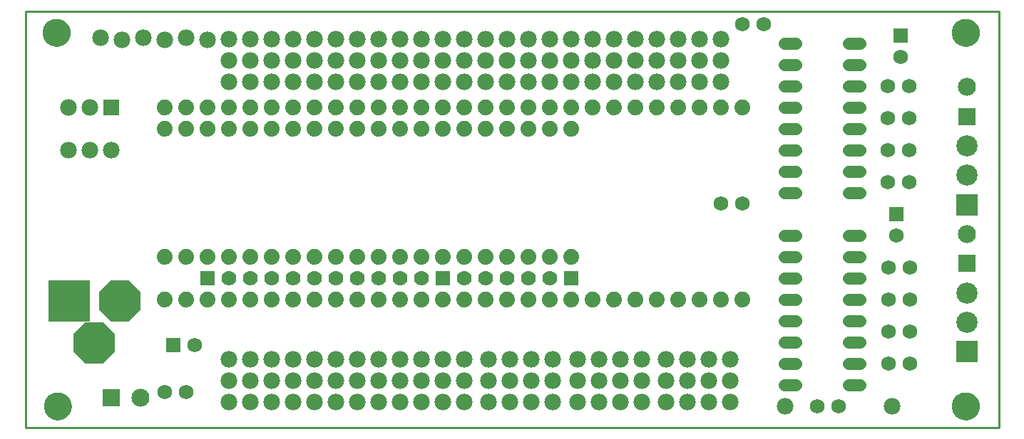
<source format=gbs>
G75*
%MOIN*%
%OFA0B0*%
%FSLAX25Y25*%
%IPPOS*%
%LPD*%
%AMOC8*
5,1,8,0,0,1.08239X$1,22.5*
%
%ADD10C,0.01000*%
%ADD11C,0.00000*%
%ADD12C,0.12998*%
%ADD13OC8,0.19400*%
%ADD14R,0.19400X0.19400*%
%ADD15C,0.07400*%
%ADD16R,0.07800X0.07800*%
%ADD17C,0.07800*%
%ADD18C,0.06900*%
%ADD19C,0.05600*%
%ADD20R,0.08400X0.08400*%
%ADD21C,0.08400*%
%ADD22R,0.09900X0.09900*%
%ADD23C,0.09900*%
%ADD24R,0.06900X0.06900*%
%ADD25R,0.07000X0.07000*%
%ADD26C,0.07000*%
D10*
X0010350Y0018333D02*
X0010350Y0213333D01*
X0465350Y0213333D01*
X0465350Y0018333D01*
X0010350Y0018333D01*
D11*
X0019051Y0028333D02*
X0019053Y0028491D01*
X0019059Y0028649D01*
X0019069Y0028807D01*
X0019083Y0028965D01*
X0019101Y0029122D01*
X0019122Y0029279D01*
X0019148Y0029435D01*
X0019178Y0029591D01*
X0019211Y0029746D01*
X0019249Y0029899D01*
X0019290Y0030052D01*
X0019335Y0030204D01*
X0019384Y0030355D01*
X0019437Y0030504D01*
X0019493Y0030652D01*
X0019553Y0030798D01*
X0019617Y0030943D01*
X0019685Y0031086D01*
X0019756Y0031228D01*
X0019830Y0031368D01*
X0019908Y0031505D01*
X0019990Y0031641D01*
X0020074Y0031775D01*
X0020163Y0031906D01*
X0020254Y0032035D01*
X0020349Y0032162D01*
X0020446Y0032287D01*
X0020547Y0032409D01*
X0020651Y0032528D01*
X0020758Y0032645D01*
X0020868Y0032759D01*
X0020981Y0032870D01*
X0021096Y0032979D01*
X0021214Y0033084D01*
X0021335Y0033186D01*
X0021458Y0033286D01*
X0021584Y0033382D01*
X0021712Y0033475D01*
X0021842Y0033565D01*
X0021975Y0033651D01*
X0022110Y0033735D01*
X0022246Y0033814D01*
X0022385Y0033891D01*
X0022526Y0033963D01*
X0022668Y0034033D01*
X0022812Y0034098D01*
X0022958Y0034160D01*
X0023105Y0034218D01*
X0023254Y0034273D01*
X0023404Y0034324D01*
X0023555Y0034371D01*
X0023707Y0034414D01*
X0023860Y0034453D01*
X0024015Y0034489D01*
X0024170Y0034520D01*
X0024326Y0034548D01*
X0024482Y0034572D01*
X0024639Y0034592D01*
X0024797Y0034608D01*
X0024954Y0034620D01*
X0025113Y0034628D01*
X0025271Y0034632D01*
X0025429Y0034632D01*
X0025587Y0034628D01*
X0025746Y0034620D01*
X0025903Y0034608D01*
X0026061Y0034592D01*
X0026218Y0034572D01*
X0026374Y0034548D01*
X0026530Y0034520D01*
X0026685Y0034489D01*
X0026840Y0034453D01*
X0026993Y0034414D01*
X0027145Y0034371D01*
X0027296Y0034324D01*
X0027446Y0034273D01*
X0027595Y0034218D01*
X0027742Y0034160D01*
X0027888Y0034098D01*
X0028032Y0034033D01*
X0028174Y0033963D01*
X0028315Y0033891D01*
X0028454Y0033814D01*
X0028590Y0033735D01*
X0028725Y0033651D01*
X0028858Y0033565D01*
X0028988Y0033475D01*
X0029116Y0033382D01*
X0029242Y0033286D01*
X0029365Y0033186D01*
X0029486Y0033084D01*
X0029604Y0032979D01*
X0029719Y0032870D01*
X0029832Y0032759D01*
X0029942Y0032645D01*
X0030049Y0032528D01*
X0030153Y0032409D01*
X0030254Y0032287D01*
X0030351Y0032162D01*
X0030446Y0032035D01*
X0030537Y0031906D01*
X0030626Y0031775D01*
X0030710Y0031641D01*
X0030792Y0031505D01*
X0030870Y0031368D01*
X0030944Y0031228D01*
X0031015Y0031086D01*
X0031083Y0030943D01*
X0031147Y0030798D01*
X0031207Y0030652D01*
X0031263Y0030504D01*
X0031316Y0030355D01*
X0031365Y0030204D01*
X0031410Y0030052D01*
X0031451Y0029899D01*
X0031489Y0029746D01*
X0031522Y0029591D01*
X0031552Y0029435D01*
X0031578Y0029279D01*
X0031599Y0029122D01*
X0031617Y0028965D01*
X0031631Y0028807D01*
X0031641Y0028649D01*
X0031647Y0028491D01*
X0031649Y0028333D01*
X0031647Y0028175D01*
X0031641Y0028017D01*
X0031631Y0027859D01*
X0031617Y0027701D01*
X0031599Y0027544D01*
X0031578Y0027387D01*
X0031552Y0027231D01*
X0031522Y0027075D01*
X0031489Y0026920D01*
X0031451Y0026767D01*
X0031410Y0026614D01*
X0031365Y0026462D01*
X0031316Y0026311D01*
X0031263Y0026162D01*
X0031207Y0026014D01*
X0031147Y0025868D01*
X0031083Y0025723D01*
X0031015Y0025580D01*
X0030944Y0025438D01*
X0030870Y0025298D01*
X0030792Y0025161D01*
X0030710Y0025025D01*
X0030626Y0024891D01*
X0030537Y0024760D01*
X0030446Y0024631D01*
X0030351Y0024504D01*
X0030254Y0024379D01*
X0030153Y0024257D01*
X0030049Y0024138D01*
X0029942Y0024021D01*
X0029832Y0023907D01*
X0029719Y0023796D01*
X0029604Y0023687D01*
X0029486Y0023582D01*
X0029365Y0023480D01*
X0029242Y0023380D01*
X0029116Y0023284D01*
X0028988Y0023191D01*
X0028858Y0023101D01*
X0028725Y0023015D01*
X0028590Y0022931D01*
X0028454Y0022852D01*
X0028315Y0022775D01*
X0028174Y0022703D01*
X0028032Y0022633D01*
X0027888Y0022568D01*
X0027742Y0022506D01*
X0027595Y0022448D01*
X0027446Y0022393D01*
X0027296Y0022342D01*
X0027145Y0022295D01*
X0026993Y0022252D01*
X0026840Y0022213D01*
X0026685Y0022177D01*
X0026530Y0022146D01*
X0026374Y0022118D01*
X0026218Y0022094D01*
X0026061Y0022074D01*
X0025903Y0022058D01*
X0025746Y0022046D01*
X0025587Y0022038D01*
X0025429Y0022034D01*
X0025271Y0022034D01*
X0025113Y0022038D01*
X0024954Y0022046D01*
X0024797Y0022058D01*
X0024639Y0022074D01*
X0024482Y0022094D01*
X0024326Y0022118D01*
X0024170Y0022146D01*
X0024015Y0022177D01*
X0023860Y0022213D01*
X0023707Y0022252D01*
X0023555Y0022295D01*
X0023404Y0022342D01*
X0023254Y0022393D01*
X0023105Y0022448D01*
X0022958Y0022506D01*
X0022812Y0022568D01*
X0022668Y0022633D01*
X0022526Y0022703D01*
X0022385Y0022775D01*
X0022246Y0022852D01*
X0022110Y0022931D01*
X0021975Y0023015D01*
X0021842Y0023101D01*
X0021712Y0023191D01*
X0021584Y0023284D01*
X0021458Y0023380D01*
X0021335Y0023480D01*
X0021214Y0023582D01*
X0021096Y0023687D01*
X0020981Y0023796D01*
X0020868Y0023907D01*
X0020758Y0024021D01*
X0020651Y0024138D01*
X0020547Y0024257D01*
X0020446Y0024379D01*
X0020349Y0024504D01*
X0020254Y0024631D01*
X0020163Y0024760D01*
X0020074Y0024891D01*
X0019990Y0025025D01*
X0019908Y0025161D01*
X0019830Y0025298D01*
X0019756Y0025438D01*
X0019685Y0025580D01*
X0019617Y0025723D01*
X0019553Y0025868D01*
X0019493Y0026014D01*
X0019437Y0026162D01*
X0019384Y0026311D01*
X0019335Y0026462D01*
X0019290Y0026614D01*
X0019249Y0026767D01*
X0019211Y0026920D01*
X0019178Y0027075D01*
X0019148Y0027231D01*
X0019122Y0027387D01*
X0019101Y0027544D01*
X0019083Y0027701D01*
X0019069Y0027859D01*
X0019059Y0028017D01*
X0019053Y0028175D01*
X0019051Y0028333D01*
X0018551Y0203333D02*
X0018553Y0203491D01*
X0018559Y0203649D01*
X0018569Y0203807D01*
X0018583Y0203965D01*
X0018601Y0204122D01*
X0018622Y0204279D01*
X0018648Y0204435D01*
X0018678Y0204591D01*
X0018711Y0204746D01*
X0018749Y0204899D01*
X0018790Y0205052D01*
X0018835Y0205204D01*
X0018884Y0205355D01*
X0018937Y0205504D01*
X0018993Y0205652D01*
X0019053Y0205798D01*
X0019117Y0205943D01*
X0019185Y0206086D01*
X0019256Y0206228D01*
X0019330Y0206368D01*
X0019408Y0206505D01*
X0019490Y0206641D01*
X0019574Y0206775D01*
X0019663Y0206906D01*
X0019754Y0207035D01*
X0019849Y0207162D01*
X0019946Y0207287D01*
X0020047Y0207409D01*
X0020151Y0207528D01*
X0020258Y0207645D01*
X0020368Y0207759D01*
X0020481Y0207870D01*
X0020596Y0207979D01*
X0020714Y0208084D01*
X0020835Y0208186D01*
X0020958Y0208286D01*
X0021084Y0208382D01*
X0021212Y0208475D01*
X0021342Y0208565D01*
X0021475Y0208651D01*
X0021610Y0208735D01*
X0021746Y0208814D01*
X0021885Y0208891D01*
X0022026Y0208963D01*
X0022168Y0209033D01*
X0022312Y0209098D01*
X0022458Y0209160D01*
X0022605Y0209218D01*
X0022754Y0209273D01*
X0022904Y0209324D01*
X0023055Y0209371D01*
X0023207Y0209414D01*
X0023360Y0209453D01*
X0023515Y0209489D01*
X0023670Y0209520D01*
X0023826Y0209548D01*
X0023982Y0209572D01*
X0024139Y0209592D01*
X0024297Y0209608D01*
X0024454Y0209620D01*
X0024613Y0209628D01*
X0024771Y0209632D01*
X0024929Y0209632D01*
X0025087Y0209628D01*
X0025246Y0209620D01*
X0025403Y0209608D01*
X0025561Y0209592D01*
X0025718Y0209572D01*
X0025874Y0209548D01*
X0026030Y0209520D01*
X0026185Y0209489D01*
X0026340Y0209453D01*
X0026493Y0209414D01*
X0026645Y0209371D01*
X0026796Y0209324D01*
X0026946Y0209273D01*
X0027095Y0209218D01*
X0027242Y0209160D01*
X0027388Y0209098D01*
X0027532Y0209033D01*
X0027674Y0208963D01*
X0027815Y0208891D01*
X0027954Y0208814D01*
X0028090Y0208735D01*
X0028225Y0208651D01*
X0028358Y0208565D01*
X0028488Y0208475D01*
X0028616Y0208382D01*
X0028742Y0208286D01*
X0028865Y0208186D01*
X0028986Y0208084D01*
X0029104Y0207979D01*
X0029219Y0207870D01*
X0029332Y0207759D01*
X0029442Y0207645D01*
X0029549Y0207528D01*
X0029653Y0207409D01*
X0029754Y0207287D01*
X0029851Y0207162D01*
X0029946Y0207035D01*
X0030037Y0206906D01*
X0030126Y0206775D01*
X0030210Y0206641D01*
X0030292Y0206505D01*
X0030370Y0206368D01*
X0030444Y0206228D01*
X0030515Y0206086D01*
X0030583Y0205943D01*
X0030647Y0205798D01*
X0030707Y0205652D01*
X0030763Y0205504D01*
X0030816Y0205355D01*
X0030865Y0205204D01*
X0030910Y0205052D01*
X0030951Y0204899D01*
X0030989Y0204746D01*
X0031022Y0204591D01*
X0031052Y0204435D01*
X0031078Y0204279D01*
X0031099Y0204122D01*
X0031117Y0203965D01*
X0031131Y0203807D01*
X0031141Y0203649D01*
X0031147Y0203491D01*
X0031149Y0203333D01*
X0031147Y0203175D01*
X0031141Y0203017D01*
X0031131Y0202859D01*
X0031117Y0202701D01*
X0031099Y0202544D01*
X0031078Y0202387D01*
X0031052Y0202231D01*
X0031022Y0202075D01*
X0030989Y0201920D01*
X0030951Y0201767D01*
X0030910Y0201614D01*
X0030865Y0201462D01*
X0030816Y0201311D01*
X0030763Y0201162D01*
X0030707Y0201014D01*
X0030647Y0200868D01*
X0030583Y0200723D01*
X0030515Y0200580D01*
X0030444Y0200438D01*
X0030370Y0200298D01*
X0030292Y0200161D01*
X0030210Y0200025D01*
X0030126Y0199891D01*
X0030037Y0199760D01*
X0029946Y0199631D01*
X0029851Y0199504D01*
X0029754Y0199379D01*
X0029653Y0199257D01*
X0029549Y0199138D01*
X0029442Y0199021D01*
X0029332Y0198907D01*
X0029219Y0198796D01*
X0029104Y0198687D01*
X0028986Y0198582D01*
X0028865Y0198480D01*
X0028742Y0198380D01*
X0028616Y0198284D01*
X0028488Y0198191D01*
X0028358Y0198101D01*
X0028225Y0198015D01*
X0028090Y0197931D01*
X0027954Y0197852D01*
X0027815Y0197775D01*
X0027674Y0197703D01*
X0027532Y0197633D01*
X0027388Y0197568D01*
X0027242Y0197506D01*
X0027095Y0197448D01*
X0026946Y0197393D01*
X0026796Y0197342D01*
X0026645Y0197295D01*
X0026493Y0197252D01*
X0026340Y0197213D01*
X0026185Y0197177D01*
X0026030Y0197146D01*
X0025874Y0197118D01*
X0025718Y0197094D01*
X0025561Y0197074D01*
X0025403Y0197058D01*
X0025246Y0197046D01*
X0025087Y0197038D01*
X0024929Y0197034D01*
X0024771Y0197034D01*
X0024613Y0197038D01*
X0024454Y0197046D01*
X0024297Y0197058D01*
X0024139Y0197074D01*
X0023982Y0197094D01*
X0023826Y0197118D01*
X0023670Y0197146D01*
X0023515Y0197177D01*
X0023360Y0197213D01*
X0023207Y0197252D01*
X0023055Y0197295D01*
X0022904Y0197342D01*
X0022754Y0197393D01*
X0022605Y0197448D01*
X0022458Y0197506D01*
X0022312Y0197568D01*
X0022168Y0197633D01*
X0022026Y0197703D01*
X0021885Y0197775D01*
X0021746Y0197852D01*
X0021610Y0197931D01*
X0021475Y0198015D01*
X0021342Y0198101D01*
X0021212Y0198191D01*
X0021084Y0198284D01*
X0020958Y0198380D01*
X0020835Y0198480D01*
X0020714Y0198582D01*
X0020596Y0198687D01*
X0020481Y0198796D01*
X0020368Y0198907D01*
X0020258Y0199021D01*
X0020151Y0199138D01*
X0020047Y0199257D01*
X0019946Y0199379D01*
X0019849Y0199504D01*
X0019754Y0199631D01*
X0019663Y0199760D01*
X0019574Y0199891D01*
X0019490Y0200025D01*
X0019408Y0200161D01*
X0019330Y0200298D01*
X0019256Y0200438D01*
X0019185Y0200580D01*
X0019117Y0200723D01*
X0019053Y0200868D01*
X0018993Y0201014D01*
X0018937Y0201162D01*
X0018884Y0201311D01*
X0018835Y0201462D01*
X0018790Y0201614D01*
X0018749Y0201767D01*
X0018711Y0201920D01*
X0018678Y0202075D01*
X0018648Y0202231D01*
X0018622Y0202387D01*
X0018601Y0202544D01*
X0018583Y0202701D01*
X0018569Y0202859D01*
X0018559Y0203017D01*
X0018553Y0203175D01*
X0018551Y0203333D01*
X0443551Y0203333D02*
X0443553Y0203491D01*
X0443559Y0203649D01*
X0443569Y0203807D01*
X0443583Y0203965D01*
X0443601Y0204122D01*
X0443622Y0204279D01*
X0443648Y0204435D01*
X0443678Y0204591D01*
X0443711Y0204746D01*
X0443749Y0204899D01*
X0443790Y0205052D01*
X0443835Y0205204D01*
X0443884Y0205355D01*
X0443937Y0205504D01*
X0443993Y0205652D01*
X0444053Y0205798D01*
X0444117Y0205943D01*
X0444185Y0206086D01*
X0444256Y0206228D01*
X0444330Y0206368D01*
X0444408Y0206505D01*
X0444490Y0206641D01*
X0444574Y0206775D01*
X0444663Y0206906D01*
X0444754Y0207035D01*
X0444849Y0207162D01*
X0444946Y0207287D01*
X0445047Y0207409D01*
X0445151Y0207528D01*
X0445258Y0207645D01*
X0445368Y0207759D01*
X0445481Y0207870D01*
X0445596Y0207979D01*
X0445714Y0208084D01*
X0445835Y0208186D01*
X0445958Y0208286D01*
X0446084Y0208382D01*
X0446212Y0208475D01*
X0446342Y0208565D01*
X0446475Y0208651D01*
X0446610Y0208735D01*
X0446746Y0208814D01*
X0446885Y0208891D01*
X0447026Y0208963D01*
X0447168Y0209033D01*
X0447312Y0209098D01*
X0447458Y0209160D01*
X0447605Y0209218D01*
X0447754Y0209273D01*
X0447904Y0209324D01*
X0448055Y0209371D01*
X0448207Y0209414D01*
X0448360Y0209453D01*
X0448515Y0209489D01*
X0448670Y0209520D01*
X0448826Y0209548D01*
X0448982Y0209572D01*
X0449139Y0209592D01*
X0449297Y0209608D01*
X0449454Y0209620D01*
X0449613Y0209628D01*
X0449771Y0209632D01*
X0449929Y0209632D01*
X0450087Y0209628D01*
X0450246Y0209620D01*
X0450403Y0209608D01*
X0450561Y0209592D01*
X0450718Y0209572D01*
X0450874Y0209548D01*
X0451030Y0209520D01*
X0451185Y0209489D01*
X0451340Y0209453D01*
X0451493Y0209414D01*
X0451645Y0209371D01*
X0451796Y0209324D01*
X0451946Y0209273D01*
X0452095Y0209218D01*
X0452242Y0209160D01*
X0452388Y0209098D01*
X0452532Y0209033D01*
X0452674Y0208963D01*
X0452815Y0208891D01*
X0452954Y0208814D01*
X0453090Y0208735D01*
X0453225Y0208651D01*
X0453358Y0208565D01*
X0453488Y0208475D01*
X0453616Y0208382D01*
X0453742Y0208286D01*
X0453865Y0208186D01*
X0453986Y0208084D01*
X0454104Y0207979D01*
X0454219Y0207870D01*
X0454332Y0207759D01*
X0454442Y0207645D01*
X0454549Y0207528D01*
X0454653Y0207409D01*
X0454754Y0207287D01*
X0454851Y0207162D01*
X0454946Y0207035D01*
X0455037Y0206906D01*
X0455126Y0206775D01*
X0455210Y0206641D01*
X0455292Y0206505D01*
X0455370Y0206368D01*
X0455444Y0206228D01*
X0455515Y0206086D01*
X0455583Y0205943D01*
X0455647Y0205798D01*
X0455707Y0205652D01*
X0455763Y0205504D01*
X0455816Y0205355D01*
X0455865Y0205204D01*
X0455910Y0205052D01*
X0455951Y0204899D01*
X0455989Y0204746D01*
X0456022Y0204591D01*
X0456052Y0204435D01*
X0456078Y0204279D01*
X0456099Y0204122D01*
X0456117Y0203965D01*
X0456131Y0203807D01*
X0456141Y0203649D01*
X0456147Y0203491D01*
X0456149Y0203333D01*
X0456147Y0203175D01*
X0456141Y0203017D01*
X0456131Y0202859D01*
X0456117Y0202701D01*
X0456099Y0202544D01*
X0456078Y0202387D01*
X0456052Y0202231D01*
X0456022Y0202075D01*
X0455989Y0201920D01*
X0455951Y0201767D01*
X0455910Y0201614D01*
X0455865Y0201462D01*
X0455816Y0201311D01*
X0455763Y0201162D01*
X0455707Y0201014D01*
X0455647Y0200868D01*
X0455583Y0200723D01*
X0455515Y0200580D01*
X0455444Y0200438D01*
X0455370Y0200298D01*
X0455292Y0200161D01*
X0455210Y0200025D01*
X0455126Y0199891D01*
X0455037Y0199760D01*
X0454946Y0199631D01*
X0454851Y0199504D01*
X0454754Y0199379D01*
X0454653Y0199257D01*
X0454549Y0199138D01*
X0454442Y0199021D01*
X0454332Y0198907D01*
X0454219Y0198796D01*
X0454104Y0198687D01*
X0453986Y0198582D01*
X0453865Y0198480D01*
X0453742Y0198380D01*
X0453616Y0198284D01*
X0453488Y0198191D01*
X0453358Y0198101D01*
X0453225Y0198015D01*
X0453090Y0197931D01*
X0452954Y0197852D01*
X0452815Y0197775D01*
X0452674Y0197703D01*
X0452532Y0197633D01*
X0452388Y0197568D01*
X0452242Y0197506D01*
X0452095Y0197448D01*
X0451946Y0197393D01*
X0451796Y0197342D01*
X0451645Y0197295D01*
X0451493Y0197252D01*
X0451340Y0197213D01*
X0451185Y0197177D01*
X0451030Y0197146D01*
X0450874Y0197118D01*
X0450718Y0197094D01*
X0450561Y0197074D01*
X0450403Y0197058D01*
X0450246Y0197046D01*
X0450087Y0197038D01*
X0449929Y0197034D01*
X0449771Y0197034D01*
X0449613Y0197038D01*
X0449454Y0197046D01*
X0449297Y0197058D01*
X0449139Y0197074D01*
X0448982Y0197094D01*
X0448826Y0197118D01*
X0448670Y0197146D01*
X0448515Y0197177D01*
X0448360Y0197213D01*
X0448207Y0197252D01*
X0448055Y0197295D01*
X0447904Y0197342D01*
X0447754Y0197393D01*
X0447605Y0197448D01*
X0447458Y0197506D01*
X0447312Y0197568D01*
X0447168Y0197633D01*
X0447026Y0197703D01*
X0446885Y0197775D01*
X0446746Y0197852D01*
X0446610Y0197931D01*
X0446475Y0198015D01*
X0446342Y0198101D01*
X0446212Y0198191D01*
X0446084Y0198284D01*
X0445958Y0198380D01*
X0445835Y0198480D01*
X0445714Y0198582D01*
X0445596Y0198687D01*
X0445481Y0198796D01*
X0445368Y0198907D01*
X0445258Y0199021D01*
X0445151Y0199138D01*
X0445047Y0199257D01*
X0444946Y0199379D01*
X0444849Y0199504D01*
X0444754Y0199631D01*
X0444663Y0199760D01*
X0444574Y0199891D01*
X0444490Y0200025D01*
X0444408Y0200161D01*
X0444330Y0200298D01*
X0444256Y0200438D01*
X0444185Y0200580D01*
X0444117Y0200723D01*
X0444053Y0200868D01*
X0443993Y0201014D01*
X0443937Y0201162D01*
X0443884Y0201311D01*
X0443835Y0201462D01*
X0443790Y0201614D01*
X0443749Y0201767D01*
X0443711Y0201920D01*
X0443678Y0202075D01*
X0443648Y0202231D01*
X0443622Y0202387D01*
X0443601Y0202544D01*
X0443583Y0202701D01*
X0443569Y0202859D01*
X0443559Y0203017D01*
X0443553Y0203175D01*
X0443551Y0203333D01*
X0443551Y0028333D02*
X0443553Y0028491D01*
X0443559Y0028649D01*
X0443569Y0028807D01*
X0443583Y0028965D01*
X0443601Y0029122D01*
X0443622Y0029279D01*
X0443648Y0029435D01*
X0443678Y0029591D01*
X0443711Y0029746D01*
X0443749Y0029899D01*
X0443790Y0030052D01*
X0443835Y0030204D01*
X0443884Y0030355D01*
X0443937Y0030504D01*
X0443993Y0030652D01*
X0444053Y0030798D01*
X0444117Y0030943D01*
X0444185Y0031086D01*
X0444256Y0031228D01*
X0444330Y0031368D01*
X0444408Y0031505D01*
X0444490Y0031641D01*
X0444574Y0031775D01*
X0444663Y0031906D01*
X0444754Y0032035D01*
X0444849Y0032162D01*
X0444946Y0032287D01*
X0445047Y0032409D01*
X0445151Y0032528D01*
X0445258Y0032645D01*
X0445368Y0032759D01*
X0445481Y0032870D01*
X0445596Y0032979D01*
X0445714Y0033084D01*
X0445835Y0033186D01*
X0445958Y0033286D01*
X0446084Y0033382D01*
X0446212Y0033475D01*
X0446342Y0033565D01*
X0446475Y0033651D01*
X0446610Y0033735D01*
X0446746Y0033814D01*
X0446885Y0033891D01*
X0447026Y0033963D01*
X0447168Y0034033D01*
X0447312Y0034098D01*
X0447458Y0034160D01*
X0447605Y0034218D01*
X0447754Y0034273D01*
X0447904Y0034324D01*
X0448055Y0034371D01*
X0448207Y0034414D01*
X0448360Y0034453D01*
X0448515Y0034489D01*
X0448670Y0034520D01*
X0448826Y0034548D01*
X0448982Y0034572D01*
X0449139Y0034592D01*
X0449297Y0034608D01*
X0449454Y0034620D01*
X0449613Y0034628D01*
X0449771Y0034632D01*
X0449929Y0034632D01*
X0450087Y0034628D01*
X0450246Y0034620D01*
X0450403Y0034608D01*
X0450561Y0034592D01*
X0450718Y0034572D01*
X0450874Y0034548D01*
X0451030Y0034520D01*
X0451185Y0034489D01*
X0451340Y0034453D01*
X0451493Y0034414D01*
X0451645Y0034371D01*
X0451796Y0034324D01*
X0451946Y0034273D01*
X0452095Y0034218D01*
X0452242Y0034160D01*
X0452388Y0034098D01*
X0452532Y0034033D01*
X0452674Y0033963D01*
X0452815Y0033891D01*
X0452954Y0033814D01*
X0453090Y0033735D01*
X0453225Y0033651D01*
X0453358Y0033565D01*
X0453488Y0033475D01*
X0453616Y0033382D01*
X0453742Y0033286D01*
X0453865Y0033186D01*
X0453986Y0033084D01*
X0454104Y0032979D01*
X0454219Y0032870D01*
X0454332Y0032759D01*
X0454442Y0032645D01*
X0454549Y0032528D01*
X0454653Y0032409D01*
X0454754Y0032287D01*
X0454851Y0032162D01*
X0454946Y0032035D01*
X0455037Y0031906D01*
X0455126Y0031775D01*
X0455210Y0031641D01*
X0455292Y0031505D01*
X0455370Y0031368D01*
X0455444Y0031228D01*
X0455515Y0031086D01*
X0455583Y0030943D01*
X0455647Y0030798D01*
X0455707Y0030652D01*
X0455763Y0030504D01*
X0455816Y0030355D01*
X0455865Y0030204D01*
X0455910Y0030052D01*
X0455951Y0029899D01*
X0455989Y0029746D01*
X0456022Y0029591D01*
X0456052Y0029435D01*
X0456078Y0029279D01*
X0456099Y0029122D01*
X0456117Y0028965D01*
X0456131Y0028807D01*
X0456141Y0028649D01*
X0456147Y0028491D01*
X0456149Y0028333D01*
X0456147Y0028175D01*
X0456141Y0028017D01*
X0456131Y0027859D01*
X0456117Y0027701D01*
X0456099Y0027544D01*
X0456078Y0027387D01*
X0456052Y0027231D01*
X0456022Y0027075D01*
X0455989Y0026920D01*
X0455951Y0026767D01*
X0455910Y0026614D01*
X0455865Y0026462D01*
X0455816Y0026311D01*
X0455763Y0026162D01*
X0455707Y0026014D01*
X0455647Y0025868D01*
X0455583Y0025723D01*
X0455515Y0025580D01*
X0455444Y0025438D01*
X0455370Y0025298D01*
X0455292Y0025161D01*
X0455210Y0025025D01*
X0455126Y0024891D01*
X0455037Y0024760D01*
X0454946Y0024631D01*
X0454851Y0024504D01*
X0454754Y0024379D01*
X0454653Y0024257D01*
X0454549Y0024138D01*
X0454442Y0024021D01*
X0454332Y0023907D01*
X0454219Y0023796D01*
X0454104Y0023687D01*
X0453986Y0023582D01*
X0453865Y0023480D01*
X0453742Y0023380D01*
X0453616Y0023284D01*
X0453488Y0023191D01*
X0453358Y0023101D01*
X0453225Y0023015D01*
X0453090Y0022931D01*
X0452954Y0022852D01*
X0452815Y0022775D01*
X0452674Y0022703D01*
X0452532Y0022633D01*
X0452388Y0022568D01*
X0452242Y0022506D01*
X0452095Y0022448D01*
X0451946Y0022393D01*
X0451796Y0022342D01*
X0451645Y0022295D01*
X0451493Y0022252D01*
X0451340Y0022213D01*
X0451185Y0022177D01*
X0451030Y0022146D01*
X0450874Y0022118D01*
X0450718Y0022094D01*
X0450561Y0022074D01*
X0450403Y0022058D01*
X0450246Y0022046D01*
X0450087Y0022038D01*
X0449929Y0022034D01*
X0449771Y0022034D01*
X0449613Y0022038D01*
X0449454Y0022046D01*
X0449297Y0022058D01*
X0449139Y0022074D01*
X0448982Y0022094D01*
X0448826Y0022118D01*
X0448670Y0022146D01*
X0448515Y0022177D01*
X0448360Y0022213D01*
X0448207Y0022252D01*
X0448055Y0022295D01*
X0447904Y0022342D01*
X0447754Y0022393D01*
X0447605Y0022448D01*
X0447458Y0022506D01*
X0447312Y0022568D01*
X0447168Y0022633D01*
X0447026Y0022703D01*
X0446885Y0022775D01*
X0446746Y0022852D01*
X0446610Y0022931D01*
X0446475Y0023015D01*
X0446342Y0023101D01*
X0446212Y0023191D01*
X0446084Y0023284D01*
X0445958Y0023380D01*
X0445835Y0023480D01*
X0445714Y0023582D01*
X0445596Y0023687D01*
X0445481Y0023796D01*
X0445368Y0023907D01*
X0445258Y0024021D01*
X0445151Y0024138D01*
X0445047Y0024257D01*
X0444946Y0024379D01*
X0444849Y0024504D01*
X0444754Y0024631D01*
X0444663Y0024760D01*
X0444574Y0024891D01*
X0444490Y0025025D01*
X0444408Y0025161D01*
X0444330Y0025298D01*
X0444256Y0025438D01*
X0444185Y0025580D01*
X0444117Y0025723D01*
X0444053Y0025868D01*
X0443993Y0026014D01*
X0443937Y0026162D01*
X0443884Y0026311D01*
X0443835Y0026462D01*
X0443790Y0026614D01*
X0443749Y0026767D01*
X0443711Y0026920D01*
X0443678Y0027075D01*
X0443648Y0027231D01*
X0443622Y0027387D01*
X0443601Y0027544D01*
X0443583Y0027701D01*
X0443569Y0027859D01*
X0443559Y0028017D01*
X0443553Y0028175D01*
X0443551Y0028333D01*
D12*
X0449850Y0028333D03*
X0449850Y0203333D03*
X0024850Y0203333D03*
X0025350Y0028333D03*
D13*
X0042550Y0057833D03*
X0054350Y0077533D03*
D14*
X0030750Y0077533D03*
D15*
X0075350Y0078333D03*
X0085350Y0078333D03*
X0095350Y0078333D03*
X0105350Y0078333D03*
X0115350Y0078333D03*
X0125350Y0078333D03*
X0135350Y0078333D03*
X0145350Y0078333D03*
X0155350Y0078333D03*
X0165350Y0078333D03*
X0175350Y0078333D03*
X0185350Y0078333D03*
X0195350Y0078333D03*
X0205350Y0078333D03*
X0215350Y0078333D03*
X0225350Y0078333D03*
X0235350Y0078333D03*
X0245350Y0078333D03*
X0255350Y0078333D03*
X0265350Y0078333D03*
X0275350Y0078333D03*
X0285350Y0078333D03*
X0295350Y0078333D03*
X0305350Y0078333D03*
X0315350Y0078333D03*
X0325350Y0078333D03*
X0335350Y0078333D03*
X0345350Y0078333D03*
X0265350Y0098333D03*
X0255350Y0098333D03*
X0245350Y0098333D03*
X0235350Y0098333D03*
X0225350Y0098333D03*
X0215350Y0098333D03*
X0205350Y0098333D03*
X0195350Y0098333D03*
X0185350Y0098333D03*
X0175350Y0098333D03*
X0165350Y0098333D03*
X0155350Y0098333D03*
X0145350Y0098333D03*
X0135350Y0098333D03*
X0125350Y0098333D03*
X0115350Y0098333D03*
X0105350Y0098333D03*
X0095350Y0098333D03*
X0085350Y0098333D03*
X0075350Y0098333D03*
X0075350Y0158333D03*
X0085350Y0158333D03*
X0095350Y0158333D03*
X0105350Y0158333D03*
X0115350Y0158333D03*
X0125350Y0158333D03*
X0135350Y0158333D03*
X0145350Y0158333D03*
X0155350Y0158333D03*
X0165350Y0158333D03*
X0175350Y0158333D03*
X0185350Y0158333D03*
X0195350Y0158333D03*
X0205350Y0158333D03*
X0215350Y0158333D03*
X0225350Y0158333D03*
X0235350Y0158333D03*
X0245350Y0158333D03*
X0255350Y0158333D03*
X0265350Y0158333D03*
X0265350Y0168333D03*
X0255350Y0168333D03*
X0245350Y0168333D03*
X0235350Y0168333D03*
X0225350Y0168333D03*
X0215350Y0168333D03*
X0205350Y0168333D03*
X0195350Y0168333D03*
X0185350Y0168333D03*
X0175350Y0168333D03*
X0165350Y0168333D03*
X0155350Y0168333D03*
X0145350Y0168333D03*
X0135350Y0168333D03*
X0125350Y0168333D03*
X0115350Y0168333D03*
X0105350Y0168333D03*
X0095350Y0168333D03*
X0085350Y0168333D03*
X0075350Y0168333D03*
X0275350Y0168333D03*
X0285350Y0168333D03*
X0295350Y0168333D03*
X0305350Y0168333D03*
X0315350Y0168333D03*
X0325350Y0168333D03*
X0335350Y0168333D03*
X0345350Y0168333D03*
D16*
X0050350Y0168333D03*
D17*
X0040350Y0168333D03*
X0030350Y0168333D03*
X0030350Y0148333D03*
X0040350Y0148333D03*
X0050350Y0148333D03*
X0105350Y0180333D03*
X0115350Y0180333D03*
X0125350Y0180333D03*
X0135350Y0180333D03*
X0145350Y0180333D03*
X0155350Y0180333D03*
X0165350Y0180333D03*
X0175350Y0180333D03*
X0185350Y0180333D03*
X0195350Y0180333D03*
X0205350Y0180333D03*
X0215350Y0180333D03*
X0225350Y0180333D03*
X0235350Y0180333D03*
X0245350Y0180333D03*
X0255350Y0180333D03*
X0265350Y0180333D03*
X0275350Y0180333D03*
X0285350Y0180333D03*
X0295350Y0180333D03*
X0305350Y0180333D03*
X0315350Y0180333D03*
X0325350Y0180333D03*
X0335350Y0180333D03*
X0335350Y0190333D03*
X0325350Y0190333D03*
X0315350Y0190333D03*
X0305350Y0190333D03*
X0295350Y0190333D03*
X0285350Y0190333D03*
X0275350Y0190333D03*
X0265350Y0190333D03*
X0255350Y0190333D03*
X0245350Y0190333D03*
X0235350Y0190333D03*
X0225350Y0190333D03*
X0215350Y0190333D03*
X0205350Y0190333D03*
X0195350Y0190333D03*
X0185350Y0190333D03*
X0175350Y0190333D03*
X0165350Y0190333D03*
X0155350Y0190333D03*
X0145350Y0190333D03*
X0135350Y0190333D03*
X0125350Y0190333D03*
X0115350Y0190333D03*
X0105350Y0190333D03*
X0105350Y0200333D03*
X0115350Y0200333D03*
X0125350Y0200333D03*
X0135350Y0200333D03*
X0145350Y0200333D03*
X0155350Y0200333D03*
X0165350Y0200333D03*
X0175350Y0200333D03*
X0185350Y0200333D03*
X0195350Y0200333D03*
X0205350Y0200333D03*
X0215350Y0200333D03*
X0225350Y0200333D03*
X0235350Y0200333D03*
X0245350Y0200333D03*
X0255350Y0200333D03*
X0265350Y0200333D03*
X0275350Y0200333D03*
X0285350Y0200333D03*
X0295350Y0200333D03*
X0305350Y0200333D03*
X0315350Y0200333D03*
X0325350Y0200333D03*
X0335350Y0200333D03*
X0095350Y0199833D03*
X0085350Y0200833D03*
X0075350Y0199833D03*
X0065350Y0200833D03*
X0055350Y0199833D03*
X0045350Y0200833D03*
X0105350Y0050333D03*
X0115350Y0050333D03*
X0125350Y0050333D03*
X0135350Y0050333D03*
X0145350Y0050333D03*
X0155350Y0050333D03*
X0165350Y0050333D03*
X0175350Y0050333D03*
X0185350Y0050333D03*
X0195350Y0050333D03*
X0205350Y0050333D03*
X0215350Y0050333D03*
X0226850Y0050333D03*
X0236850Y0050333D03*
X0246850Y0050333D03*
X0256850Y0050333D03*
X0268350Y0050333D03*
X0278350Y0050333D03*
X0288350Y0050333D03*
X0298350Y0050333D03*
X0309850Y0050333D03*
X0319850Y0050333D03*
X0329850Y0050333D03*
X0339850Y0050333D03*
X0339850Y0040333D03*
X0329850Y0040333D03*
X0319850Y0040333D03*
X0309850Y0040333D03*
X0298350Y0040333D03*
X0288350Y0040333D03*
X0278350Y0040333D03*
X0268350Y0040333D03*
X0256850Y0040333D03*
X0246850Y0040333D03*
X0236850Y0040333D03*
X0226850Y0040333D03*
X0215350Y0040333D03*
X0205350Y0040333D03*
X0195350Y0040333D03*
X0185350Y0040333D03*
X0175350Y0040333D03*
X0165350Y0040333D03*
X0155350Y0040333D03*
X0145350Y0040333D03*
X0135350Y0040333D03*
X0125350Y0040333D03*
X0115350Y0040333D03*
X0105350Y0040333D03*
X0105350Y0030333D03*
X0115350Y0030333D03*
X0125350Y0030333D03*
X0135350Y0030333D03*
X0145350Y0030333D03*
X0155350Y0030333D03*
X0165350Y0030333D03*
X0175350Y0030333D03*
X0185350Y0030333D03*
X0195350Y0030333D03*
X0205350Y0030333D03*
X0215350Y0030333D03*
X0226850Y0030333D03*
X0236850Y0030333D03*
X0246850Y0030333D03*
X0256850Y0030333D03*
X0268350Y0030333D03*
X0278350Y0030333D03*
X0288350Y0030333D03*
X0298350Y0030333D03*
X0309850Y0030333D03*
X0319850Y0030333D03*
X0329850Y0030333D03*
X0339850Y0030333D03*
X0365350Y0028333D03*
X0415350Y0028333D03*
D18*
X0390350Y0028333D03*
X0380350Y0028333D03*
X0413850Y0048333D03*
X0423850Y0048333D03*
X0423850Y0063333D03*
X0413850Y0063333D03*
X0413850Y0078333D03*
X0423850Y0078333D03*
X0423850Y0093333D03*
X0413850Y0093333D03*
X0417350Y0108333D03*
X0413350Y0133333D03*
X0423350Y0133333D03*
X0423350Y0148333D03*
X0413350Y0148333D03*
X0413350Y0163333D03*
X0423350Y0163333D03*
X0423350Y0178333D03*
X0413350Y0178333D03*
X0419350Y0191833D03*
X0355350Y0207333D03*
X0345350Y0207333D03*
X0345350Y0123333D03*
X0335350Y0123333D03*
X0089350Y0056833D03*
X0085350Y0034833D03*
X0075350Y0034833D03*
D19*
X0365250Y0038333D02*
X0370450Y0038333D01*
X0370450Y0048333D02*
X0365250Y0048333D01*
X0365250Y0058333D02*
X0370450Y0058333D01*
X0370450Y0068333D02*
X0365250Y0068333D01*
X0365250Y0078333D02*
X0370450Y0078333D01*
X0370450Y0088333D02*
X0365250Y0088333D01*
X0365250Y0098333D02*
X0370450Y0098333D01*
X0370450Y0108333D02*
X0365250Y0108333D01*
X0395250Y0108333D02*
X0400450Y0108333D01*
X0400450Y0098333D02*
X0395250Y0098333D01*
X0395250Y0088333D02*
X0400450Y0088333D01*
X0400450Y0078333D02*
X0395250Y0078333D01*
X0395250Y0068333D02*
X0400450Y0068333D01*
X0400450Y0058333D02*
X0395250Y0058333D01*
X0395250Y0048333D02*
X0400450Y0048333D01*
X0400450Y0038333D02*
X0395250Y0038333D01*
X0395250Y0128333D02*
X0400450Y0128333D01*
X0400450Y0138333D02*
X0395250Y0138333D01*
X0395250Y0148333D02*
X0400450Y0148333D01*
X0400450Y0158333D02*
X0395250Y0158333D01*
X0395250Y0168333D02*
X0400450Y0168333D01*
X0400450Y0178333D02*
X0395250Y0178333D01*
X0395250Y0188333D02*
X0400450Y0188333D01*
X0400450Y0198333D02*
X0395250Y0198333D01*
X0370450Y0198333D02*
X0365250Y0198333D01*
X0365250Y0188333D02*
X0370450Y0188333D01*
X0370450Y0178333D02*
X0365250Y0178333D01*
X0365250Y0168333D02*
X0370450Y0168333D01*
X0370450Y0158333D02*
X0365250Y0158333D01*
X0365250Y0148333D02*
X0370450Y0148333D01*
X0370450Y0138333D02*
X0365250Y0138333D01*
X0365250Y0128333D02*
X0370450Y0128333D01*
D20*
X0450350Y0095105D03*
X0450350Y0164003D03*
X0050350Y0032333D03*
D21*
X0064130Y0032333D03*
X0450350Y0108885D03*
X0450350Y0177782D03*
D22*
X0450350Y0122664D03*
X0450350Y0053802D03*
D23*
X0450350Y0067581D03*
X0450350Y0081361D03*
X0450350Y0136444D03*
X0450350Y0150223D03*
D24*
X0417350Y0118333D03*
X0419350Y0201833D03*
X0079350Y0056833D03*
D25*
X0095350Y0088333D03*
X0205350Y0088333D03*
X0265350Y0088333D03*
D26*
X0255350Y0088333D03*
X0245350Y0088333D03*
X0235350Y0088333D03*
X0225350Y0088333D03*
X0215350Y0088333D03*
X0195350Y0088333D03*
X0185350Y0088333D03*
X0175350Y0088333D03*
X0165350Y0088333D03*
X0155350Y0088333D03*
X0145350Y0088333D03*
X0135350Y0088333D03*
X0125350Y0088333D03*
X0115350Y0088333D03*
X0105350Y0088333D03*
M02*

</source>
